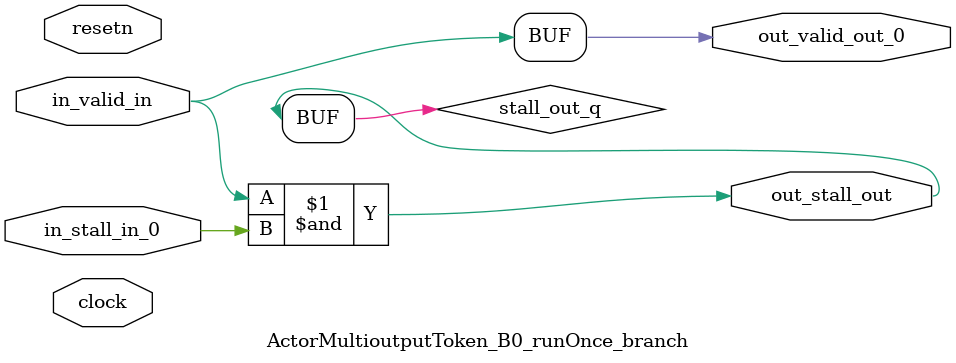
<source format=sv>



(* altera_attribute = "-name AUTO_SHIFT_REGISTER_RECOGNITION OFF; -name MESSAGE_DISABLE 10036; -name MESSAGE_DISABLE 10037; -name MESSAGE_DISABLE 14130; -name MESSAGE_DISABLE 14320; -name MESSAGE_DISABLE 15400; -name MESSAGE_DISABLE 14130; -name MESSAGE_DISABLE 10036; -name MESSAGE_DISABLE 12020; -name MESSAGE_DISABLE 12030; -name MESSAGE_DISABLE 12010; -name MESSAGE_DISABLE 12110; -name MESSAGE_DISABLE 14320; -name MESSAGE_DISABLE 13410; -name MESSAGE_DISABLE 113007; -name MESSAGE_DISABLE 10958" *)
module ActorMultioutputToken_B0_runOnce_branch (
    input wire [0:0] in_stall_in_0,
    input wire [0:0] in_valid_in,
    output wire [0:0] out_stall_out,
    output wire [0:0] out_valid_out_0,
    input wire clock,
    input wire resetn
    );

    wire [0:0] stall_out_q;


    // stall_out(LOGICAL,6)
    assign stall_out_q = in_valid_in & in_stall_in_0;

    // out_stall_out(GPOUT,4)
    assign out_stall_out = stall_out_q;

    // out_valid_out_0(GPOUT,5)
    assign out_valid_out_0 = in_valid_in;

endmodule

</source>
